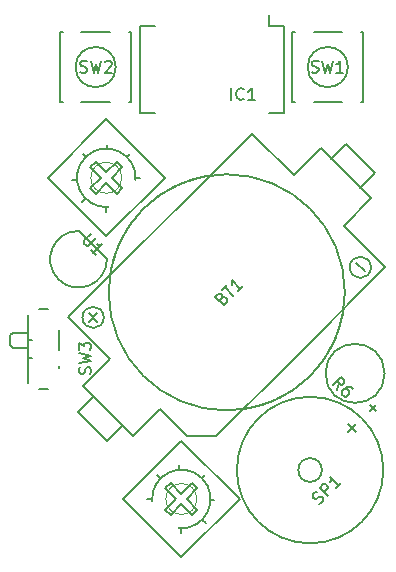
<source format=gto>
G04 #@! TF.FileFunction,Legend,Top*
%FSLAX46Y46*%
G04 Gerber Fmt 4.6, Leading zero omitted, Abs format (unit mm)*
G04 Created by KiCad (PCBNEW (2015-11-17 BZR 6321)-product) date Thu 03 Dec 2015 10:29:56 PM EST*
%MOMM*%
G01*
G04 APERTURE LIST*
%ADD10C,0.100000*%
%ADD11C,0.150000*%
%ADD12C,0.152400*%
%ADD13C,0.177800*%
%ADD14C,0.088900*%
G04 APERTURE END LIST*
D10*
D11*
X90485787Y-80800505D02*
G75*
G03X82000505Y-89285786I1414213J-9899495D01*
G01*
X93314213Y-100599495D02*
G75*
G03X101799495Y-92114214I-1414213J9899495D01*
G01*
X97556854Y-80800505D02*
X94021320Y-77264971D01*
X105335029Y-88578680D02*
X101799495Y-85043146D01*
X82000505Y-96356854D02*
X78464971Y-92821320D01*
X88541243Y-102897592D02*
X86243146Y-100599495D01*
X97556854Y-96356854D02*
X91016117Y-102897592D01*
X91016117Y-102897592D02*
X88541243Y-102897592D01*
X80939845Y-92467767D02*
X80232738Y-93174874D01*
X103567262Y-88932233D02*
X102860155Y-88225126D01*
X104115095Y-88578680D02*
G75*
G03X104115095Y-88578680I-901387J0D01*
G01*
X94021320Y-77264971D02*
X78464971Y-92821320D01*
X79313499Y-100811627D02*
X80586292Y-99538835D01*
X81788373Y-103286501D02*
X79313499Y-100811627D01*
X83061165Y-102013708D02*
X81788373Y-103286501D01*
X79702408Y-98654951D02*
X82000505Y-96356854D01*
X83945049Y-102897592D02*
X79702408Y-98654951D01*
X86243146Y-100599495D02*
X83945049Y-102897592D01*
X101900000Y-90700000D02*
G75*
G03X101900000Y-90700000I-10000000J0D01*
G01*
X105335029Y-88578680D02*
X97556854Y-96356854D01*
X100738835Y-79386292D02*
X102011627Y-78113499D01*
X104097592Y-82745049D02*
X101799495Y-85043146D01*
X102011627Y-78113499D02*
X104486501Y-80588373D01*
X99854951Y-78502408D02*
X104097592Y-82745049D01*
X97556854Y-80800505D02*
X99854951Y-78502408D01*
X104486501Y-80588373D02*
X103213708Y-81861165D01*
X81487680Y-92821320D02*
G75*
G03X81487680Y-92821320I-901388J0D01*
G01*
X80939845Y-93174874D02*
X80232738Y-92467767D01*
X96745000Y-68135000D02*
X95475000Y-68135000D01*
X96745000Y-75485000D02*
X95475000Y-75485000D01*
X84535000Y-75485000D02*
X85805000Y-75485000D01*
X84535000Y-68135000D02*
X85805000Y-68135000D01*
X96745000Y-68135000D02*
X96745000Y-75485000D01*
X84535000Y-68135000D02*
X84535000Y-75485000D01*
X95475000Y-68135000D02*
X95475000Y-67200000D01*
X105260660Y-97560660D02*
G75*
G03X105260660Y-97560660I-2500000J0D01*
G01*
D12*
X85539477Y-108196051D02*
X85180267Y-108196051D01*
X88053949Y-110710523D02*
X88053949Y-111069733D01*
X89832040Y-109974142D02*
X90101447Y-110243549D01*
X90478618Y-108285854D02*
X90837828Y-108285854D01*
X89796119Y-106453881D02*
X90065526Y-106184474D01*
X87874344Y-105681579D02*
X87874344Y-105322369D01*
X86275858Y-106417960D02*
X86006451Y-106148553D01*
D13*
X87155923Y-106849013D02*
X88053949Y-107747038D01*
X88053949Y-107747038D02*
X88951975Y-106849013D01*
X88951975Y-106849013D02*
X89400987Y-107298025D01*
X89400987Y-107298025D02*
X88502962Y-108196051D01*
X88502962Y-108196051D02*
X89400987Y-109094077D01*
X89400987Y-109094077D02*
X88951975Y-109543089D01*
X88951975Y-109543089D02*
X88053949Y-108645064D01*
X88053949Y-108645064D02*
X87155923Y-109543089D01*
X87155923Y-109543089D02*
X86706911Y-109094077D01*
X86706911Y-109094077D02*
X87604936Y-108196051D01*
X87604936Y-108196051D02*
X86706911Y-107298025D01*
X86706911Y-107298025D02*
X87155923Y-106849013D01*
X88053949Y-103256910D02*
X92993090Y-108196051D01*
X92993090Y-108196051D02*
X88053949Y-113135192D01*
X88053949Y-113135192D02*
X83114808Y-108196051D01*
X83114808Y-108196051D02*
X88053949Y-103256910D01*
D14*
X89361474Y-108196051D02*
G75*
G03X89361474Y-108196051I-1307525J0D01*
G01*
D13*
X87833272Y-110665966D02*
G75*
G03X85584379Y-108420557I220677J2469915D01*
G01*
D12*
X81700000Y-83514472D02*
X81700000Y-83873682D01*
X84214472Y-81000000D02*
X84573682Y-81000000D01*
X83478091Y-79221909D02*
X83747498Y-78952502D01*
X81789803Y-78575331D02*
X81789803Y-78216121D01*
X79957830Y-79257830D02*
X79688423Y-78988423D01*
X79185528Y-81179605D02*
X78826318Y-81179605D01*
X79921909Y-82778091D02*
X79652502Y-83047498D01*
D13*
X80352962Y-81898026D02*
X81250987Y-81000000D01*
X81250987Y-81000000D02*
X80352962Y-80101974D01*
X80352962Y-80101974D02*
X80801974Y-79652962D01*
X80801974Y-79652962D02*
X81700000Y-80550987D01*
X81700000Y-80550987D02*
X82598026Y-79652962D01*
X82598026Y-79652962D02*
X83047038Y-80101974D01*
X83047038Y-80101974D02*
X82149013Y-81000000D01*
X82149013Y-81000000D02*
X83047038Y-81898026D01*
X83047038Y-81898026D02*
X82598026Y-82347038D01*
X82598026Y-82347038D02*
X81700000Y-81449013D01*
X81700000Y-81449013D02*
X80801974Y-82347038D01*
X80801974Y-82347038D02*
X80352962Y-81898026D01*
X76760859Y-81000000D02*
X81700000Y-76060859D01*
X81700000Y-76060859D02*
X86639141Y-81000000D01*
X86639141Y-81000000D02*
X81700000Y-85939141D01*
X81700000Y-85939141D02*
X76760859Y-81000000D01*
D14*
X83007525Y-81000000D02*
G75*
G03X83007525Y-81000000I-1307525J0D01*
G01*
D13*
X84169915Y-81220677D02*
G75*
G03X81924506Y-83469570I-2469915J220677D01*
G01*
D11*
X102137539Y-101854817D02*
X102845183Y-102562461D01*
X102137539Y-102562461D02*
X102843387Y-101856613D01*
X99955696Y-105745064D02*
G75*
G03X99955696Y-105745064I-1000760J0D01*
G01*
X105155076Y-105745064D02*
G75*
G03X105155076Y-105745064I-6200140J0D01*
G01*
X97450000Y-68625000D02*
X97650000Y-68625000D01*
X103450000Y-68625000D02*
X103250000Y-68625000D01*
X103450000Y-74625000D02*
X103250000Y-74625000D01*
X97450000Y-74625000D02*
X97650000Y-74625000D01*
X99250000Y-74625000D02*
X101650000Y-74625000D01*
X99250000Y-68625000D02*
X101650000Y-68625000D01*
X97450000Y-68625000D02*
X97450000Y-74625000D01*
X103450000Y-74625000D02*
X103450000Y-68625000D01*
X102150000Y-71625000D02*
G75*
G03X102150000Y-71625000I-1700000J0D01*
G01*
X77800000Y-68625000D02*
X78000000Y-68625000D01*
X83800000Y-68625000D02*
X83600000Y-68625000D01*
X83800000Y-74625000D02*
X83600000Y-74625000D01*
X77800000Y-74625000D02*
X78000000Y-74625000D01*
X79600000Y-74625000D02*
X82000000Y-74625000D01*
X79600000Y-68625000D02*
X82000000Y-68625000D01*
X77800000Y-68625000D02*
X77800000Y-74625000D01*
X83800000Y-74625000D02*
X83800000Y-68625000D01*
X82500000Y-71625000D02*
G75*
G03X82500000Y-71625000I-1700000J0D01*
G01*
X75375000Y-96250000D02*
X75075000Y-96250000D01*
X75375000Y-94750000D02*
X75075000Y-94750000D01*
X77675000Y-96900000D02*
X77675000Y-97100000D01*
X73775000Y-94100000D02*
X73575000Y-94300000D01*
X73775000Y-95400000D02*
X73575000Y-95200000D01*
X75075000Y-94100000D02*
X73775000Y-94100000D01*
X73575000Y-94300000D02*
X73575000Y-95200000D01*
X73775000Y-95400000D02*
X75075000Y-95400000D01*
X75075000Y-92650000D02*
X75075000Y-98350000D01*
X77675000Y-93900000D02*
X77675000Y-95600000D01*
X76775000Y-92150000D02*
X75975000Y-92150000D01*
X75975000Y-98850000D02*
X76775000Y-98850000D01*
X81752188Y-87898025D02*
X79348025Y-85493862D01*
X81748025Y-87898024D02*
G75*
G02X77650969Y-89595082I-2400000J-1D01*
G01*
X79348024Y-85498025D02*
G75*
G03X77650969Y-89595082I1J-2400000D01*
G01*
X91493908Y-91185076D02*
X91628595Y-91117732D01*
X91695939Y-91117733D01*
X91796955Y-91151405D01*
X91897970Y-91252420D01*
X91931641Y-91353435D01*
X91931641Y-91420778D01*
X91897970Y-91521794D01*
X91628595Y-91791168D01*
X90921488Y-91084061D01*
X91157191Y-90848359D01*
X91258206Y-90814687D01*
X91325550Y-90814687D01*
X91426565Y-90848359D01*
X91493908Y-90915702D01*
X91527580Y-91016717D01*
X91527580Y-91084061D01*
X91493908Y-91185076D01*
X91258206Y-91420778D01*
X91527580Y-90477970D02*
X91931641Y-90073908D01*
X92436717Y-90983046D02*
X91729610Y-90275939D01*
X93244840Y-90174924D02*
X92840778Y-90578985D01*
X93042809Y-90376955D02*
X92335702Y-89669848D01*
X92369374Y-89838206D01*
X92369374Y-89972893D01*
X92335702Y-90073908D01*
X92283810Y-74412381D02*
X92283810Y-73412381D01*
X93331429Y-74317143D02*
X93283810Y-74364762D01*
X93140953Y-74412381D01*
X93045715Y-74412381D01*
X92902857Y-74364762D01*
X92807619Y-74269524D01*
X92760000Y-74174286D01*
X92712381Y-73983810D01*
X92712381Y-73840952D01*
X92760000Y-73650476D01*
X92807619Y-73555238D01*
X92902857Y-73460000D01*
X93045715Y-73412381D01*
X93140953Y-73412381D01*
X93283810Y-73460000D01*
X93331429Y-73507619D01*
X94283810Y-74412381D02*
X93712381Y-74412381D01*
X93998095Y-74412381D02*
X93998095Y-73412381D01*
X93902857Y-73555238D01*
X93807619Y-73650476D01*
X93712381Y-73698095D01*
X101262269Y-98952031D02*
X101363284Y-98379610D01*
X100858207Y-98547970D02*
X101565314Y-97840863D01*
X101834689Y-98110237D01*
X101868360Y-98211253D01*
X101868360Y-98278596D01*
X101834689Y-98379611D01*
X101733673Y-98480626D01*
X101632658Y-98514298D01*
X101565315Y-98514298D01*
X101464300Y-98480626D01*
X101194925Y-98211252D01*
X102575467Y-98851016D02*
X102440779Y-98716328D01*
X102339764Y-98682657D01*
X102272421Y-98682657D01*
X102104062Y-98716328D01*
X101935704Y-98817343D01*
X101666329Y-99086718D01*
X101632658Y-99187733D01*
X101632658Y-99255076D01*
X101666329Y-99356092D01*
X101801017Y-99490779D01*
X101902032Y-99524451D01*
X101969375Y-99524451D01*
X102070391Y-99490779D01*
X102238749Y-99322421D01*
X102272422Y-99221405D01*
X102272422Y-99154061D01*
X102238750Y-99053046D01*
X102104062Y-98918359D01*
X102003047Y-98884687D01*
X101935704Y-98884687D01*
X101834688Y-98918359D01*
X99747323Y-108614906D02*
X99882010Y-108547562D01*
X100050370Y-108379203D01*
X100084041Y-108278188D01*
X100084041Y-108210844D01*
X100050370Y-108109829D01*
X99983026Y-108042486D01*
X99882011Y-108008814D01*
X99814668Y-108008814D01*
X99713652Y-108042485D01*
X99545292Y-108143501D01*
X99444277Y-108177172D01*
X99376934Y-108177172D01*
X99275919Y-108143501D01*
X99208575Y-108076157D01*
X99174903Y-107975142D01*
X99174903Y-107907799D01*
X99208575Y-107806784D01*
X99376934Y-107638424D01*
X99511621Y-107571081D01*
X100488102Y-107941470D02*
X99780995Y-107234364D01*
X100050370Y-106964989D01*
X100151385Y-106931318D01*
X100218728Y-106931318D01*
X100319743Y-106964989D01*
X100420758Y-107066004D01*
X100454430Y-107167020D01*
X100454430Y-107234363D01*
X100420758Y-107335378D01*
X100151384Y-107604753D01*
X101565598Y-106863974D02*
X101161537Y-107268035D01*
X101363567Y-107066005D02*
X100656460Y-106358898D01*
X100690132Y-106527257D01*
X100690132Y-106661944D01*
X100656460Y-106762959D01*
X104039809Y-100761207D02*
X104578557Y-100222458D01*
X104578557Y-100761206D02*
X104039809Y-100222458D01*
X99096667Y-72044762D02*
X99239524Y-72092381D01*
X99477620Y-72092381D01*
X99572858Y-72044762D01*
X99620477Y-71997143D01*
X99668096Y-71901905D01*
X99668096Y-71806667D01*
X99620477Y-71711429D01*
X99572858Y-71663810D01*
X99477620Y-71616190D01*
X99287143Y-71568571D01*
X99191905Y-71520952D01*
X99144286Y-71473333D01*
X99096667Y-71378095D01*
X99096667Y-71282857D01*
X99144286Y-71187619D01*
X99191905Y-71140000D01*
X99287143Y-71092381D01*
X99525239Y-71092381D01*
X99668096Y-71140000D01*
X100001429Y-71092381D02*
X100239524Y-72092381D01*
X100430001Y-71378095D01*
X100620477Y-72092381D01*
X100858572Y-71092381D01*
X101763334Y-72092381D02*
X101191905Y-72092381D01*
X101477619Y-72092381D02*
X101477619Y-71092381D01*
X101382381Y-71235238D01*
X101287143Y-71330476D01*
X101191905Y-71378095D01*
X79506667Y-72044762D02*
X79649524Y-72092381D01*
X79887620Y-72092381D01*
X79982858Y-72044762D01*
X80030477Y-71997143D01*
X80078096Y-71901905D01*
X80078096Y-71806667D01*
X80030477Y-71711429D01*
X79982858Y-71663810D01*
X79887620Y-71616190D01*
X79697143Y-71568571D01*
X79601905Y-71520952D01*
X79554286Y-71473333D01*
X79506667Y-71378095D01*
X79506667Y-71282857D01*
X79554286Y-71187619D01*
X79601905Y-71140000D01*
X79697143Y-71092381D01*
X79935239Y-71092381D01*
X80078096Y-71140000D01*
X80411429Y-71092381D02*
X80649524Y-72092381D01*
X80840001Y-71378095D01*
X81030477Y-72092381D01*
X81268572Y-71092381D01*
X81601905Y-71187619D02*
X81649524Y-71140000D01*
X81744762Y-71092381D01*
X81982858Y-71092381D01*
X82078096Y-71140000D01*
X82125715Y-71187619D01*
X82173334Y-71282857D01*
X82173334Y-71378095D01*
X82125715Y-71520952D01*
X81554286Y-72092381D01*
X82173334Y-72092381D01*
X80354762Y-97613333D02*
X80402381Y-97470476D01*
X80402381Y-97232380D01*
X80354762Y-97137142D01*
X80307143Y-97089523D01*
X80211905Y-97041904D01*
X80116667Y-97041904D01*
X80021429Y-97089523D01*
X79973810Y-97137142D01*
X79926190Y-97232380D01*
X79878571Y-97422857D01*
X79830952Y-97518095D01*
X79783333Y-97565714D01*
X79688095Y-97613333D01*
X79592857Y-97613333D01*
X79497619Y-97565714D01*
X79450000Y-97518095D01*
X79402381Y-97422857D01*
X79402381Y-97184761D01*
X79450000Y-97041904D01*
X79402381Y-96708571D02*
X80402381Y-96470476D01*
X79688095Y-96279999D01*
X80402381Y-96089523D01*
X79402381Y-95851428D01*
X79402381Y-95565714D02*
X79402381Y-94946666D01*
X79783333Y-95280000D01*
X79783333Y-95137142D01*
X79830952Y-95041904D01*
X79878571Y-94994285D01*
X79973810Y-94946666D01*
X80211905Y-94946666D01*
X80307143Y-94994285D01*
X80354762Y-95041904D01*
X80402381Y-95137142D01*
X80402381Y-95422857D01*
X80354762Y-95518095D01*
X80307143Y-95565714D01*
X80398477Y-85734027D02*
X79826057Y-86306447D01*
X79792385Y-86407462D01*
X79792385Y-86474805D01*
X79826057Y-86575820D01*
X79960745Y-86710508D01*
X80061760Y-86744180D01*
X80129103Y-86744180D01*
X80230118Y-86710508D01*
X80802538Y-86138088D01*
X80802538Y-87552302D02*
X80398477Y-87148240D01*
X80600507Y-87350271D02*
X81307614Y-86643164D01*
X81139255Y-86676836D01*
X81004569Y-86676836D01*
X80903553Y-86643164D01*
M02*

</source>
